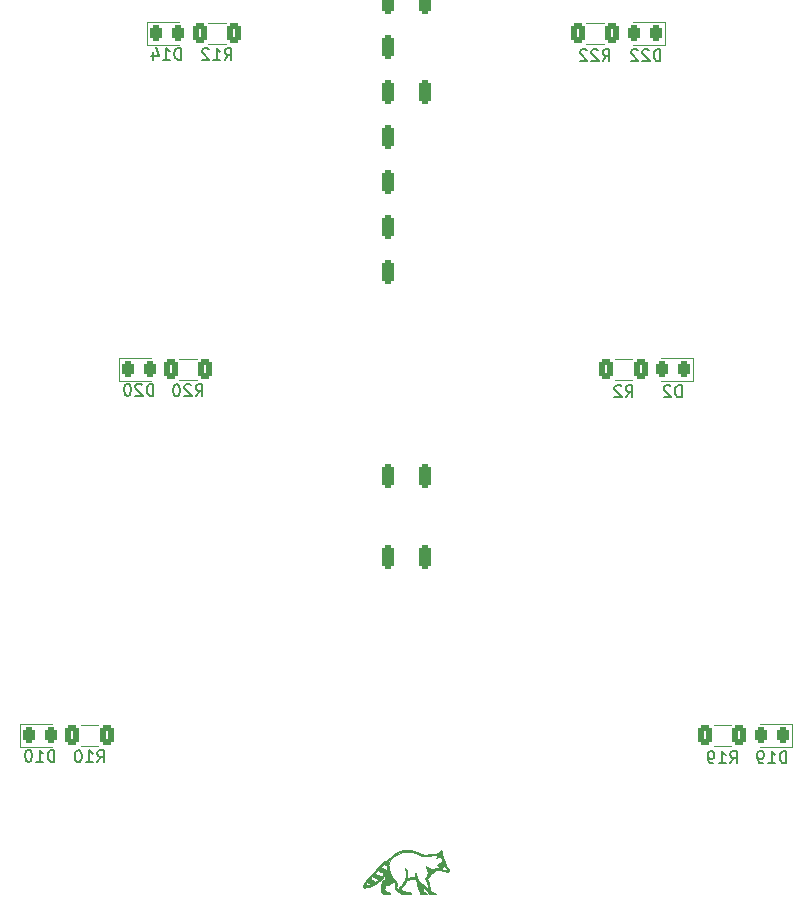
<source format=gbo>
%TF.GenerationSoftware,KiCad,Pcbnew,(6.0.9)*%
%TF.CreationDate,2022-12-10T14:06:51+01:00*%
%TF.ProjectId,PartoUno,50617274-6f55-46e6-9f2e-6b696361645f,rev?*%
%TF.SameCoordinates,Original*%
%TF.FileFunction,Legend,Bot*%
%TF.FilePolarity,Positive*%
%FSLAX46Y46*%
G04 Gerber Fmt 4.6, Leading zero omitted, Abs format (unit mm)*
G04 Created by KiCad (PCBNEW (6.0.9)) date 2022-12-10 14:06:51*
%MOMM*%
%LPD*%
G01*
G04 APERTURE LIST*
G04 Aperture macros list*
%AMRoundRect*
0 Rectangle with rounded corners*
0 $1 Rounding radius*
0 $2 $3 $4 $5 $6 $7 $8 $9 X,Y pos of 4 corners*
0 Add a 4 corners polygon primitive as box body*
4,1,4,$2,$3,$4,$5,$6,$7,$8,$9,$2,$3,0*
0 Add four circle primitives for the rounded corners*
1,1,$1+$1,$2,$3*
1,1,$1+$1,$4,$5*
1,1,$1+$1,$6,$7*
1,1,$1+$1,$8,$9*
0 Add four rect primitives between the rounded corners*
20,1,$1+$1,$2,$3,$4,$5,0*
20,1,$1+$1,$4,$5,$6,$7,0*
20,1,$1+$1,$6,$7,$8,$9,0*
20,1,$1+$1,$8,$9,$2,$3,0*%
G04 Aperture macros list end*
%ADD10C,0.150000*%
%ADD11C,0.120000*%
%ADD12C,0.010000*%
%ADD13O,2.400000X1.600000*%
%ADD14R,2.400000X1.600000*%
%ADD15RoundRect,0.243750X-0.243750X-0.456250X0.243750X-0.456250X0.243750X0.456250X-0.243750X0.456250X0*%
%ADD16RoundRect,0.243750X0.243750X0.456250X-0.243750X0.456250X-0.243750X-0.456250X0.243750X-0.456250X0*%
%ADD17RoundRect,0.250000X-0.312500X-0.625000X0.312500X-0.625000X0.312500X0.625000X-0.312500X0.625000X0*%
%ADD18RoundRect,0.250000X0.250000X0.750000X-0.250000X0.750000X-0.250000X-0.750000X0.250000X-0.750000X0*%
%ADD19RoundRect,0.250000X0.312500X0.625000X-0.312500X0.625000X-0.312500X-0.625000X0.312500X-0.625000X0*%
G04 APERTURE END LIST*
D10*
%TO.C,D14*%
X121419285Y-81224380D02*
X121419285Y-80224380D01*
X121181190Y-80224380D01*
X121038333Y-80272000D01*
X120943095Y-80367238D01*
X120895476Y-80462476D01*
X120847857Y-80652952D01*
X120847857Y-80795809D01*
X120895476Y-80986285D01*
X120943095Y-81081523D01*
X121038333Y-81176761D01*
X121181190Y-81224380D01*
X121419285Y-81224380D01*
X119895476Y-81224380D02*
X120466904Y-81224380D01*
X120181190Y-81224380D02*
X120181190Y-80224380D01*
X120276428Y-80367238D01*
X120371666Y-80462476D01*
X120466904Y-80510095D01*
X119038333Y-80557714D02*
X119038333Y-81224380D01*
X119276428Y-80176761D02*
X119514523Y-80891047D01*
X118895476Y-80891047D01*
%TO.C,D2*%
X163806095Y-109799380D02*
X163806095Y-108799380D01*
X163568000Y-108799380D01*
X163425142Y-108847000D01*
X163329904Y-108942238D01*
X163282285Y-109037476D01*
X163234666Y-109227952D01*
X163234666Y-109370809D01*
X163282285Y-109561285D01*
X163329904Y-109656523D01*
X163425142Y-109751761D01*
X163568000Y-109799380D01*
X163806095Y-109799380D01*
X162853714Y-108894619D02*
X162806095Y-108847000D01*
X162710857Y-108799380D01*
X162472761Y-108799380D01*
X162377523Y-108847000D01*
X162329904Y-108894619D01*
X162282285Y-108989857D01*
X162282285Y-109085095D01*
X162329904Y-109227952D01*
X162901333Y-109799380D01*
X162282285Y-109799380D01*
%TO.C,R10*%
X114333257Y-140702380D02*
X114666590Y-140226190D01*
X114904685Y-140702380D02*
X114904685Y-139702380D01*
X114523733Y-139702380D01*
X114428495Y-139750000D01*
X114380876Y-139797619D01*
X114333257Y-139892857D01*
X114333257Y-140035714D01*
X114380876Y-140130952D01*
X114428495Y-140178571D01*
X114523733Y-140226190D01*
X114904685Y-140226190D01*
X113380876Y-140702380D02*
X113952304Y-140702380D01*
X113666590Y-140702380D02*
X113666590Y-139702380D01*
X113761828Y-139845238D01*
X113857066Y-139940476D01*
X113952304Y-139988095D01*
X112761828Y-139702380D02*
X112666590Y-139702380D01*
X112571352Y-139750000D01*
X112523733Y-139797619D01*
X112476114Y-139892857D01*
X112428495Y-140083333D01*
X112428495Y-140321428D01*
X112476114Y-140511904D01*
X112523733Y-140607142D01*
X112571352Y-140654761D01*
X112666590Y-140702380D01*
X112761828Y-140702380D01*
X112857066Y-140654761D01*
X112904685Y-140607142D01*
X112952304Y-140511904D01*
X112999923Y-140321428D01*
X112999923Y-140083333D01*
X112952304Y-139892857D01*
X112904685Y-139797619D01*
X112857066Y-139750000D01*
X112761828Y-139702380D01*
%TO.C,R19*%
X167901857Y-140787380D02*
X168235190Y-140311190D01*
X168473285Y-140787380D02*
X168473285Y-139787380D01*
X168092333Y-139787380D01*
X167997095Y-139835000D01*
X167949476Y-139882619D01*
X167901857Y-139977857D01*
X167901857Y-140120714D01*
X167949476Y-140215952D01*
X167997095Y-140263571D01*
X168092333Y-140311190D01*
X168473285Y-140311190D01*
X166949476Y-140787380D02*
X167520904Y-140787380D01*
X167235190Y-140787380D02*
X167235190Y-139787380D01*
X167330428Y-139930238D01*
X167425666Y-140025476D01*
X167520904Y-140073095D01*
X166473285Y-140787380D02*
X166282809Y-140787380D01*
X166187571Y-140739761D01*
X166139952Y-140692142D01*
X166044714Y-140549285D01*
X165997095Y-140358809D01*
X165997095Y-139977857D01*
X166044714Y-139882619D01*
X166092333Y-139835000D01*
X166187571Y-139787380D01*
X166378047Y-139787380D01*
X166473285Y-139835000D01*
X166520904Y-139882619D01*
X166568523Y-139977857D01*
X166568523Y-140215952D01*
X166520904Y-140311190D01*
X166473285Y-140358809D01*
X166378047Y-140406428D01*
X166187571Y-140406428D01*
X166092333Y-140358809D01*
X166044714Y-140311190D01*
X165997095Y-140215952D01*
%TO.C,D20*%
X119070285Y-109672380D02*
X119070285Y-108672380D01*
X118832190Y-108672380D01*
X118689333Y-108720000D01*
X118594095Y-108815238D01*
X118546476Y-108910476D01*
X118498857Y-109100952D01*
X118498857Y-109243809D01*
X118546476Y-109434285D01*
X118594095Y-109529523D01*
X118689333Y-109624761D01*
X118832190Y-109672380D01*
X119070285Y-109672380D01*
X118117904Y-108767619D02*
X118070285Y-108720000D01*
X117975047Y-108672380D01*
X117736952Y-108672380D01*
X117641714Y-108720000D01*
X117594095Y-108767619D01*
X117546476Y-108862857D01*
X117546476Y-108958095D01*
X117594095Y-109100952D01*
X118165523Y-109672380D01*
X117546476Y-109672380D01*
X116927428Y-108672380D02*
X116832190Y-108672380D01*
X116736952Y-108720000D01*
X116689333Y-108767619D01*
X116641714Y-108862857D01*
X116594095Y-109053333D01*
X116594095Y-109291428D01*
X116641714Y-109481904D01*
X116689333Y-109577142D01*
X116736952Y-109624761D01*
X116832190Y-109672380D01*
X116927428Y-109672380D01*
X117022666Y-109624761D01*
X117070285Y-109577142D01*
X117117904Y-109481904D01*
X117165523Y-109291428D01*
X117165523Y-109053333D01*
X117117904Y-108862857D01*
X117070285Y-108767619D01*
X117022666Y-108720000D01*
X116927428Y-108672380D01*
%TO.C,R22*%
X157106857Y-81351380D02*
X157440190Y-80875190D01*
X157678285Y-81351380D02*
X157678285Y-80351380D01*
X157297333Y-80351380D01*
X157202095Y-80399000D01*
X157154476Y-80446619D01*
X157106857Y-80541857D01*
X157106857Y-80684714D01*
X157154476Y-80779952D01*
X157202095Y-80827571D01*
X157297333Y-80875190D01*
X157678285Y-80875190D01*
X156725904Y-80446619D02*
X156678285Y-80399000D01*
X156583047Y-80351380D01*
X156344952Y-80351380D01*
X156249714Y-80399000D01*
X156202095Y-80446619D01*
X156154476Y-80541857D01*
X156154476Y-80637095D01*
X156202095Y-80779952D01*
X156773523Y-81351380D01*
X156154476Y-81351380D01*
X155773523Y-80446619D02*
X155725904Y-80399000D01*
X155630666Y-80351380D01*
X155392571Y-80351380D01*
X155297333Y-80399000D01*
X155249714Y-80446619D01*
X155202095Y-80541857D01*
X155202095Y-80637095D01*
X155249714Y-80779952D01*
X155821142Y-81351380D01*
X155202095Y-81351380D01*
%TO.C,D22*%
X161996285Y-81351380D02*
X161996285Y-80351380D01*
X161758190Y-80351380D01*
X161615333Y-80399000D01*
X161520095Y-80494238D01*
X161472476Y-80589476D01*
X161424857Y-80779952D01*
X161424857Y-80922809D01*
X161472476Y-81113285D01*
X161520095Y-81208523D01*
X161615333Y-81303761D01*
X161758190Y-81351380D01*
X161996285Y-81351380D01*
X161043904Y-80446619D02*
X160996285Y-80399000D01*
X160901047Y-80351380D01*
X160662952Y-80351380D01*
X160567714Y-80399000D01*
X160520095Y-80446619D01*
X160472476Y-80541857D01*
X160472476Y-80637095D01*
X160520095Y-80779952D01*
X161091523Y-81351380D01*
X160472476Y-81351380D01*
X160091523Y-80446619D02*
X160043904Y-80399000D01*
X159948666Y-80351380D01*
X159710571Y-80351380D01*
X159615333Y-80399000D01*
X159567714Y-80446619D01*
X159520095Y-80541857D01*
X159520095Y-80637095D01*
X159567714Y-80779952D01*
X160139142Y-81351380D01*
X159520095Y-81351380D01*
%TO.C,R12*%
X125102857Y-81266380D02*
X125436190Y-80790190D01*
X125674285Y-81266380D02*
X125674285Y-80266380D01*
X125293333Y-80266380D01*
X125198095Y-80314000D01*
X125150476Y-80361619D01*
X125102857Y-80456857D01*
X125102857Y-80599714D01*
X125150476Y-80694952D01*
X125198095Y-80742571D01*
X125293333Y-80790190D01*
X125674285Y-80790190D01*
X124150476Y-81266380D02*
X124721904Y-81266380D01*
X124436190Y-81266380D02*
X124436190Y-80266380D01*
X124531428Y-80409238D01*
X124626666Y-80504476D01*
X124721904Y-80552095D01*
X123769523Y-80361619D02*
X123721904Y-80314000D01*
X123626666Y-80266380D01*
X123388571Y-80266380D01*
X123293333Y-80314000D01*
X123245714Y-80361619D01*
X123198095Y-80456857D01*
X123198095Y-80552095D01*
X123245714Y-80694952D01*
X123817142Y-81266380D01*
X123198095Y-81266380D01*
%TO.C,R20*%
X122653757Y-109714380D02*
X122987090Y-109238190D01*
X123225185Y-109714380D02*
X123225185Y-108714380D01*
X122844233Y-108714380D01*
X122748995Y-108762000D01*
X122701376Y-108809619D01*
X122653757Y-108904857D01*
X122653757Y-109047714D01*
X122701376Y-109142952D01*
X122748995Y-109190571D01*
X122844233Y-109238190D01*
X123225185Y-109238190D01*
X122272804Y-108809619D02*
X122225185Y-108762000D01*
X122129947Y-108714380D01*
X121891852Y-108714380D01*
X121796614Y-108762000D01*
X121748995Y-108809619D01*
X121701376Y-108904857D01*
X121701376Y-109000095D01*
X121748995Y-109142952D01*
X122320423Y-109714380D01*
X121701376Y-109714380D01*
X121082328Y-108714380D02*
X120987090Y-108714380D01*
X120891852Y-108762000D01*
X120844233Y-108809619D01*
X120796614Y-108904857D01*
X120748995Y-109095333D01*
X120748995Y-109333428D01*
X120796614Y-109523904D01*
X120844233Y-109619142D01*
X120891852Y-109666761D01*
X120987090Y-109714380D01*
X121082328Y-109714380D01*
X121177566Y-109666761D01*
X121225185Y-109619142D01*
X121272804Y-109523904D01*
X121320423Y-109333428D01*
X121320423Y-109095333D01*
X121272804Y-108904857D01*
X121225185Y-108809619D01*
X121177566Y-108762000D01*
X121082328Y-108714380D01*
%TO.C,D10*%
X110688285Y-140660380D02*
X110688285Y-139660380D01*
X110450190Y-139660380D01*
X110307333Y-139708000D01*
X110212095Y-139803238D01*
X110164476Y-139898476D01*
X110116857Y-140088952D01*
X110116857Y-140231809D01*
X110164476Y-140422285D01*
X110212095Y-140517523D01*
X110307333Y-140612761D01*
X110450190Y-140660380D01*
X110688285Y-140660380D01*
X109164476Y-140660380D02*
X109735904Y-140660380D01*
X109450190Y-140660380D02*
X109450190Y-139660380D01*
X109545428Y-139803238D01*
X109640666Y-139898476D01*
X109735904Y-139946095D01*
X108545428Y-139660380D02*
X108450190Y-139660380D01*
X108354952Y-139708000D01*
X108307333Y-139755619D01*
X108259714Y-139850857D01*
X108212095Y-140041333D01*
X108212095Y-140279428D01*
X108259714Y-140469904D01*
X108307333Y-140565142D01*
X108354952Y-140612761D01*
X108450190Y-140660380D01*
X108545428Y-140660380D01*
X108640666Y-140612761D01*
X108688285Y-140565142D01*
X108735904Y-140469904D01*
X108783523Y-140279428D01*
X108783523Y-140041333D01*
X108735904Y-139850857D01*
X108688285Y-139755619D01*
X108640666Y-139708000D01*
X108545428Y-139660380D01*
%TO.C,D19*%
X172664285Y-140787380D02*
X172664285Y-139787380D01*
X172426190Y-139787380D01*
X172283333Y-139835000D01*
X172188095Y-139930238D01*
X172140476Y-140025476D01*
X172092857Y-140215952D01*
X172092857Y-140358809D01*
X172140476Y-140549285D01*
X172188095Y-140644523D01*
X172283333Y-140739761D01*
X172426190Y-140787380D01*
X172664285Y-140787380D01*
X171140476Y-140787380D02*
X171711904Y-140787380D01*
X171426190Y-140787380D02*
X171426190Y-139787380D01*
X171521428Y-139930238D01*
X171616666Y-140025476D01*
X171711904Y-140073095D01*
X170664285Y-140787380D02*
X170473809Y-140787380D01*
X170378571Y-140739761D01*
X170330952Y-140692142D01*
X170235714Y-140549285D01*
X170188095Y-140358809D01*
X170188095Y-139977857D01*
X170235714Y-139882619D01*
X170283333Y-139835000D01*
X170378571Y-139787380D01*
X170569047Y-139787380D01*
X170664285Y-139835000D01*
X170711904Y-139882619D01*
X170759523Y-139977857D01*
X170759523Y-140215952D01*
X170711904Y-140311190D01*
X170664285Y-140358809D01*
X170569047Y-140406428D01*
X170378571Y-140406428D01*
X170283333Y-140358809D01*
X170235714Y-140311190D01*
X170188095Y-140215952D01*
%TO.C,R2*%
X159069066Y-109799380D02*
X159402400Y-109323190D01*
X159640495Y-109799380D02*
X159640495Y-108799380D01*
X159259542Y-108799380D01*
X159164304Y-108847000D01*
X159116685Y-108894619D01*
X159069066Y-108989857D01*
X159069066Y-109132714D01*
X159116685Y-109227952D01*
X159164304Y-109275571D01*
X159259542Y-109323190D01*
X159640495Y-109323190D01*
X158688114Y-108894619D02*
X158640495Y-108847000D01*
X158545257Y-108799380D01*
X158307161Y-108799380D01*
X158211923Y-108847000D01*
X158164304Y-108894619D01*
X158116685Y-108989857D01*
X158116685Y-109085095D01*
X158164304Y-109227952D01*
X158735733Y-109799380D01*
X158116685Y-109799380D01*
D11*
%TO.C,D14*%
X118520000Y-79954000D02*
X118520000Y-78034000D01*
X118520000Y-78034000D02*
X121205000Y-78034000D01*
X121205000Y-79954000D02*
X118520000Y-79954000D01*
%TO.C,D2*%
X162068000Y-106482000D02*
X164753000Y-106482000D01*
X164753000Y-108402000D02*
X162068000Y-108402000D01*
X164753000Y-106482000D02*
X164753000Y-108402000D01*
%TO.C,R10*%
X112963336Y-137520000D02*
X114417464Y-137520000D01*
X112963336Y-139340000D02*
X114417464Y-139340000D01*
%TO.C,R19*%
X167960664Y-137520000D02*
X166506536Y-137520000D01*
X167960664Y-139340000D02*
X166506536Y-139340000D01*
%TO.C,D20*%
X118856000Y-108402000D02*
X116171000Y-108402000D01*
X116171000Y-108402000D02*
X116171000Y-106482000D01*
X116171000Y-106482000D02*
X118856000Y-106482000D01*
%TO.C,R22*%
X157191064Y-79904000D02*
X155736936Y-79904000D01*
X157191064Y-78084000D02*
X155736936Y-78084000D01*
%TO.C,D22*%
X162404000Y-79954000D02*
X159719000Y-79954000D01*
X162404000Y-78034000D02*
X162404000Y-79954000D01*
X159719000Y-78034000D02*
X162404000Y-78034000D01*
%TO.C,R12*%
X123732936Y-79904000D02*
X125187064Y-79904000D01*
X123732936Y-78084000D02*
X125187064Y-78084000D01*
%TO.C,R20*%
X121283836Y-108352000D02*
X122737964Y-108352000D01*
X121283836Y-106532000D02*
X122737964Y-106532000D01*
%TO.C,D10*%
X107789000Y-139390000D02*
X107789000Y-137470000D01*
X107789000Y-137470000D02*
X110474000Y-137470000D01*
X110474000Y-139390000D02*
X107789000Y-139390000D01*
%TO.C,S1*%
G36*
X137979414Y-150926274D02*
G01*
X137826502Y-151011469D01*
X137700999Y-151081394D01*
X137670755Y-151096215D01*
X137511196Y-151168220D01*
X137355771Y-151228719D01*
X137209993Y-151276271D01*
X137079379Y-151309434D01*
X136969444Y-151326765D01*
X136885704Y-151326823D01*
X136833674Y-151308165D01*
X136804623Y-151261404D01*
X136803332Y-151187248D01*
X136832406Y-151091608D01*
X136843009Y-151070930D01*
X137034249Y-151070930D01*
X137035767Y-151075855D01*
X137063017Y-151096725D01*
X137113624Y-151116131D01*
X137125703Y-151119528D01*
X137166545Y-151130739D01*
X137196508Y-151134428D01*
X137228215Y-151128746D01*
X137274289Y-151111841D01*
X137347355Y-151081863D01*
X137354743Y-151078807D01*
X137428924Y-151042365D01*
X137466061Y-151011469D01*
X137464873Y-150987926D01*
X137424079Y-150973545D01*
X137406640Y-150970821D01*
X137330223Y-150954321D01*
X137278680Y-150931127D01*
X137237208Y-150895017D01*
X137189774Y-150843835D01*
X137112012Y-150945804D01*
X137077499Y-150993482D01*
X137046283Y-151042815D01*
X137034249Y-151070930D01*
X136843009Y-151070930D01*
X136890874Y-150977579D01*
X136977765Y-150848259D01*
X137042144Y-150764573D01*
X137148904Y-150633862D01*
X137243429Y-150523151D01*
X137463947Y-150523151D01*
X137466012Y-150554979D01*
X137491405Y-150594834D01*
X137499707Y-150604931D01*
X137552139Y-150648856D01*
X137616333Y-150683895D01*
X137631845Y-150690570D01*
X137707775Y-150731253D01*
X137777415Y-150778632D01*
X137853831Y-150839316D01*
X137962624Y-150766051D01*
X138012327Y-150729231D01*
X138055003Y-150689583D01*
X138071416Y-150662675D01*
X138066748Y-150647685D01*
X138035825Y-150609815D01*
X137987540Y-150569567D01*
X137935607Y-150537601D01*
X137893742Y-150524577D01*
X137871130Y-150521708D01*
X137805920Y-150497617D01*
X137732565Y-150455706D01*
X137666347Y-150404073D01*
X137631752Y-150374908D01*
X137600611Y-150364729D01*
X137566696Y-150379275D01*
X137564904Y-150380429D01*
X137524146Y-150419423D01*
X137487004Y-150473237D01*
X137484439Y-150478014D01*
X137463947Y-150523151D01*
X137243429Y-150523151D01*
X137275434Y-150485666D01*
X137417047Y-150324987D01*
X137569058Y-150156828D01*
X137657423Y-150061229D01*
X137859749Y-150061229D01*
X137859905Y-150062997D01*
X137877609Y-150092697D01*
X137916295Y-150135243D01*
X137964001Y-150179463D01*
X138008763Y-150214187D01*
X138038617Y-150228244D01*
X138056022Y-150230062D01*
X138118224Y-150249580D01*
X138191540Y-150283971D01*
X138259903Y-150325073D01*
X138307247Y-150364724D01*
X138311277Y-150369306D01*
X138345795Y-150404370D01*
X138366853Y-150418744D01*
X138381249Y-150410738D01*
X138415555Y-150377152D01*
X138457669Y-150327602D01*
X138498243Y-150273305D01*
X138527930Y-150225478D01*
X138538936Y-150199079D01*
X138540507Y-150130992D01*
X138501050Y-150069774D01*
X138421311Y-150016890D01*
X138394959Y-150004535D01*
X138343062Y-149982755D01*
X138313442Y-149974038D01*
X138297359Y-149967553D01*
X138255141Y-149940632D01*
X138200729Y-149899955D01*
X138161311Y-149869686D01*
X138116274Y-149838262D01*
X138092628Y-149826077D01*
X138087070Y-149828174D01*
X138056500Y-149851735D01*
X138010558Y-149893975D01*
X137958580Y-149945469D01*
X137909896Y-149996792D01*
X137873842Y-150038520D01*
X137859749Y-150061229D01*
X137657423Y-150061229D01*
X137726782Y-149986191D01*
X137885534Y-149818076D01*
X138040627Y-149657486D01*
X138137145Y-149560105D01*
X138346583Y-149560105D01*
X138347987Y-149569571D01*
X138374139Y-149611051D01*
X138423737Y-149655330D01*
X138484168Y-149692580D01*
X138542815Y-149712973D01*
X138610911Y-149737434D01*
X138677079Y-149786262D01*
X138689275Y-149798671D01*
X138727539Y-149833323D01*
X138750188Y-149847244D01*
X138761560Y-149835409D01*
X138786912Y-149794312D01*
X138819750Y-149733970D01*
X138854680Y-149665086D01*
X138886308Y-149598357D01*
X138909240Y-149544486D01*
X138918083Y-149514172D01*
X138914955Y-149501026D01*
X138884913Y-149462812D01*
X138834058Y-149423923D01*
X138802745Y-149407620D01*
X138983218Y-149407620D01*
X138987491Y-149495521D01*
X138990080Y-149514172D01*
X139000116Y-149586497D01*
X139025351Y-149703735D01*
X139059186Y-149830688D01*
X139097879Y-149954464D01*
X139137687Y-150062172D01*
X139170180Y-150130992D01*
X139174866Y-150140919D01*
X139197658Y-150183734D01*
X139234169Y-150259521D01*
X139269748Y-150339814D01*
X139278882Y-150360599D01*
X139313110Y-150426424D01*
X139359882Y-150499743D01*
X139423365Y-150586342D01*
X139507722Y-150692012D01*
X139617120Y-150822538D01*
X139647087Y-150862227D01*
X139687788Y-150953768D01*
X139694752Y-151057669D01*
X139669138Y-151181936D01*
X139664459Y-151197434D01*
X139646648Y-151261062D01*
X139641755Y-151299509D01*
X139649951Y-151325606D01*
X139671408Y-151352186D01*
X139710795Y-151388063D01*
X139762358Y-151422087D01*
X139808510Y-151442070D01*
X139836149Y-151440955D01*
X139837106Y-151439813D01*
X139845832Y-151408522D01*
X139849416Y-151356171D01*
X139858537Y-151306822D01*
X139890698Y-151245856D01*
X139936150Y-151199291D01*
X139984413Y-151180744D01*
X140033120Y-151166185D01*
X140087153Y-151120001D01*
X140147415Y-151039898D01*
X140215620Y-150923593D01*
X140293485Y-150768797D01*
X140351918Y-150642003D01*
X140403051Y-150515884D01*
X140437234Y-150404877D01*
X140457193Y-150297562D01*
X140465651Y-150182519D01*
X140465333Y-150048327D01*
X140461331Y-149978223D01*
X140443861Y-149883120D01*
X140408929Y-149796629D01*
X140388570Y-149753733D01*
X140370027Y-149705375D01*
X140367332Y-149682106D01*
X140371790Y-149679479D01*
X140399223Y-149690319D01*
X140437437Y-149728747D01*
X140479522Y-149786795D01*
X140518569Y-149856497D01*
X140543262Y-149922412D01*
X140565016Y-150048928D01*
X140567317Y-150208258D01*
X140550306Y-150402869D01*
X140545287Y-150456385D01*
X140545036Y-150505594D01*
X140551353Y-150524577D01*
X140559741Y-150523296D01*
X140600621Y-150512246D01*
X140658969Y-150493558D01*
X140706719Y-150480732D01*
X140796804Y-150463531D01*
X140904561Y-150447715D01*
X141015952Y-150435054D01*
X141116944Y-150427314D01*
X141193499Y-150426261D01*
X141256999Y-150429327D01*
X141249724Y-150244119D01*
X141248744Y-150212512D01*
X141250031Y-150124432D01*
X141257900Y-150072503D01*
X141271369Y-150058249D01*
X141289454Y-150083196D01*
X141311171Y-150148869D01*
X141334738Y-150231505D01*
X141413437Y-150446918D01*
X141512934Y-150636368D01*
X141639581Y-150810671D01*
X141799731Y-150980641D01*
X141860040Y-151037350D01*
X141948313Y-151117535D01*
X142039337Y-151197606D01*
X142127444Y-151272824D01*
X142206968Y-151338447D01*
X142272241Y-151389736D01*
X142317597Y-151421950D01*
X142337367Y-151430349D01*
X142339119Y-151419168D01*
X142335150Y-151373544D01*
X142324359Y-151302104D01*
X142308503Y-151214334D01*
X142289337Y-151119721D01*
X142268616Y-151027751D01*
X142248096Y-150947911D01*
X142223003Y-150868369D01*
X142188343Y-150770821D01*
X142151737Y-150676771D01*
X142124873Y-150610665D01*
X142105963Y-150557344D01*
X142101096Y-150524055D01*
X142109070Y-150500326D01*
X142128686Y-150475688D01*
X142205805Y-150379332D01*
X142257486Y-150289607D01*
X142286628Y-150196042D01*
X142299449Y-150084390D01*
X142300696Y-150060431D01*
X142302578Y-149990750D01*
X142297989Y-149936131D01*
X142283716Y-149883392D01*
X142256545Y-149819352D01*
X142213264Y-149730827D01*
X142186378Y-149675358D01*
X142153513Y-149602121D01*
X142132913Y-149548838D01*
X142128204Y-149524316D01*
X142144432Y-149526613D01*
X142184136Y-149550731D01*
X142237333Y-149591994D01*
X142237931Y-149592499D01*
X142384259Y-149690493D01*
X142541464Y-149749780D01*
X142704422Y-149769731D01*
X142868010Y-149749715D01*
X143027105Y-149689102D01*
X143033283Y-149685899D01*
X143111688Y-149652096D01*
X143183446Y-149638909D01*
X143258793Y-149647387D01*
X143347967Y-149678576D01*
X143461206Y-149733526D01*
X143552380Y-149779030D01*
X143630609Y-149811263D01*
X143696557Y-149828249D01*
X143762455Y-149834068D01*
X143806697Y-149833723D01*
X143875529Y-149822278D01*
X143905540Y-149795053D01*
X143897537Y-149750735D01*
X143852331Y-149688010D01*
X143834064Y-149666197D01*
X143785405Y-149599601D01*
X143750240Y-149539985D01*
X143717101Y-149470492D01*
X143619286Y-149540765D01*
X143553528Y-149584371D01*
X143476326Y-149619867D01*
X143408452Y-149626852D01*
X143339631Y-149607788D01*
X143284392Y-149577869D01*
X143219214Y-149529634D01*
X143162677Y-149475866D01*
X143124064Y-149425566D01*
X143112656Y-149387732D01*
X143134778Y-149358974D01*
X143190039Y-149319871D01*
X143271516Y-149275744D01*
X143282485Y-149270334D01*
X143361936Y-149227945D01*
X143430354Y-149186418D01*
X143473963Y-149154036D01*
X143475569Y-149152537D01*
X143518553Y-149119908D01*
X143551950Y-149106410D01*
X143567752Y-149092226D01*
X143565704Y-149052236D01*
X143546476Y-148997301D01*
X143512628Y-148938368D01*
X143510288Y-148934903D01*
X143482762Y-148880341D01*
X143450848Y-148799040D01*
X143418734Y-148704140D01*
X143390609Y-148608780D01*
X143370663Y-148526102D01*
X143363083Y-148469246D01*
X143360826Y-148435269D01*
X143345051Y-148402305D01*
X143315177Y-148408869D01*
X143272335Y-148455139D01*
X143242073Y-148497692D01*
X143215884Y-148538453D01*
X143204304Y-148561255D01*
X143210159Y-148560257D01*
X143236278Y-148529619D01*
X143276515Y-148486703D01*
X143311353Y-148474474D01*
X143335794Y-148502654D01*
X143351772Y-148571952D01*
X143356285Y-148604196D01*
X143356994Y-148608994D01*
X143364558Y-148660222D01*
X143369633Y-148690337D01*
X143362253Y-148700854D01*
X143326580Y-148721250D01*
X143274117Y-148742901D01*
X143219054Y-148760172D01*
X143175580Y-148767425D01*
X143157238Y-148756428D01*
X143160108Y-148714827D01*
X143167359Y-148672854D01*
X143160756Y-148664514D01*
X143142941Y-148689898D01*
X143117197Y-148746577D01*
X143104305Y-148776559D01*
X143076873Y-148822040D01*
X143057607Y-148826756D01*
X143048467Y-148791577D01*
X143051413Y-148717374D01*
X143062598Y-148608994D01*
X143172583Y-148608994D01*
X143183166Y-148619577D01*
X143193749Y-148608994D01*
X143183166Y-148598411D01*
X143172583Y-148608994D01*
X143062598Y-148608994D01*
X143063165Y-148603504D01*
X142978617Y-148592163D01*
X142920629Y-148588651D01*
X142818585Y-148591149D01*
X142693866Y-148600415D01*
X142556935Y-148615439D01*
X142418255Y-148635213D01*
X142288288Y-148658727D01*
X142270900Y-148662289D01*
X142185792Y-148678737D01*
X142123944Y-148686202D01*
X142069750Y-148684386D01*
X142007607Y-148672991D01*
X141921909Y-148651719D01*
X141915563Y-148650070D01*
X141803733Y-148616018D01*
X141681603Y-148571668D01*
X141574499Y-148526175D01*
X141551187Y-148515217D01*
X141406942Y-148450139D01*
X141281419Y-148399672D01*
X141159025Y-148357947D01*
X141024166Y-148319099D01*
X140913703Y-148295705D01*
X140731283Y-148276318D01*
X140537149Y-148274183D01*
X140347241Y-148289255D01*
X140177499Y-148321488D01*
X140168672Y-148323844D01*
X139920176Y-148409344D01*
X139689032Y-148525657D01*
X139479849Y-148669146D01*
X139297239Y-148836177D01*
X139145812Y-149023112D01*
X139030180Y-149226315D01*
X139006912Y-149280563D01*
X138988679Y-149342356D01*
X138983218Y-149407620D01*
X138802745Y-149407620D01*
X138776055Y-149393724D01*
X138724567Y-149381577D01*
X138671979Y-149375923D01*
X138619716Y-149359322D01*
X138598565Y-149352053D01*
X138568259Y-149357704D01*
X138525875Y-149384208D01*
X138462358Y-149435977D01*
X138457447Y-149440194D01*
X138401406Y-149491853D01*
X138361676Y-149534798D01*
X138346583Y-149560105D01*
X138137145Y-149560105D01*
X138187377Y-149509424D01*
X138321098Y-149378890D01*
X138437105Y-149270887D01*
X138530712Y-149190417D01*
X138544439Y-149179546D01*
X138642929Y-149107979D01*
X138752359Y-149036725D01*
X138851480Y-148979737D01*
X138952919Y-148919558D01*
X139076808Y-148831207D01*
X139195654Y-148732167D01*
X139252207Y-148681321D01*
X139370109Y-148579253D01*
X139471461Y-148498919D01*
X139565116Y-148433984D01*
X139659928Y-148378113D01*
X139764749Y-148324973D01*
X139999846Y-148230451D01*
X140244858Y-148169162D01*
X140509627Y-148139084D01*
X140657801Y-148136415D01*
X140892011Y-148155811D01*
X141130887Y-148205508D01*
X141380916Y-148286999D01*
X141648583Y-148401782D01*
X141674071Y-148413548D01*
X141777877Y-148456912D01*
X141882624Y-148494879D01*
X141969086Y-148520338D01*
X142032263Y-148534342D01*
X142088556Y-148542070D01*
X142143845Y-148541248D01*
X142212215Y-148531559D01*
X142307752Y-148512684D01*
X142400678Y-148496747D01*
X142526515Y-148480700D01*
X142662350Y-148467678D01*
X142791386Y-148459528D01*
X142869252Y-148455926D01*
X142980235Y-148447836D01*
X143063794Y-148434337D01*
X143129476Y-148411600D01*
X143186829Y-148375799D01*
X143245400Y-148323104D01*
X143314738Y-148249687D01*
X143322849Y-148240904D01*
X143376891Y-148186081D01*
X143420864Y-148147395D01*
X143445906Y-148132744D01*
X143469195Y-148145694D01*
X143491847Y-148196214D01*
X143506221Y-148280876D01*
X143511249Y-148395391D01*
X143513618Y-148464878D01*
X143528403Y-148572959D01*
X143559209Y-148686538D01*
X143608886Y-148815274D01*
X143680280Y-148968827D01*
X143694406Y-148998466D01*
X143741925Y-149107969D01*
X143789650Y-149229915D01*
X143829105Y-149342994D01*
X143854896Y-149421003D01*
X143884280Y-149496488D01*
X143915268Y-149553208D01*
X143955033Y-149603698D01*
X144010746Y-149660494D01*
X144016870Y-149666450D01*
X144074586Y-149725407D01*
X144106986Y-149768075D01*
X144116708Y-149795053D01*
X144120278Y-149804963D01*
X144120669Y-149846579D01*
X144103450Y-149910204D01*
X144059142Y-149950922D01*
X144038215Y-149959452D01*
X143964421Y-149969773D01*
X143865301Y-149967030D01*
X143750867Y-149952712D01*
X143631132Y-149928309D01*
X143516110Y-149895311D01*
X143415812Y-149855207D01*
X143404471Y-149849810D01*
X143327289Y-149816322D01*
X143261159Y-149792692D01*
X143219340Y-149783744D01*
X143190666Y-149785242D01*
X143138503Y-149796454D01*
X143080110Y-149821241D01*
X143010563Y-149862684D01*
X142924936Y-149923867D01*
X142818306Y-150007873D01*
X142685749Y-150117783D01*
X142681737Y-150121162D01*
X142588103Y-150200086D01*
X142519392Y-150258883D01*
X142468478Y-150304525D01*
X142428239Y-150343983D01*
X142391550Y-150384231D01*
X142351288Y-150432239D01*
X142300329Y-150494979D01*
X142282439Y-150520033D01*
X142275547Y-150547563D01*
X142283527Y-150587104D01*
X142306950Y-150652243D01*
X142336598Y-150737700D01*
X142375580Y-150869010D01*
X142412752Y-151012625D01*
X142445000Y-151155505D01*
X142469212Y-151284607D01*
X142482277Y-151386891D01*
X142492333Y-151469094D01*
X142508676Y-151543729D01*
X142527602Y-151591442D01*
X142546014Y-151613739D01*
X142605053Y-151659897D01*
X142675368Y-151695590D01*
X142737625Y-151709911D01*
X142791712Y-151721027D01*
X142856718Y-151751298D01*
X142918240Y-151792525D01*
X142964091Y-151836481D01*
X142982083Y-151874939D01*
X142979140Y-151885586D01*
X142962038Y-151895211D01*
X142923522Y-151899582D01*
X142856666Y-151899311D01*
X142754541Y-151895010D01*
X142733338Y-151893898D01*
X142593804Y-151882424D01*
X142487587Y-151862609D01*
X142406847Y-151830190D01*
X142343744Y-151780901D01*
X142290436Y-151710480D01*
X142239085Y-151614661D01*
X142166551Y-151497364D01*
X142051446Y-151375620D01*
X141925016Y-151263579D01*
X141911677Y-151322703D01*
X141910631Y-151327315D01*
X141895561Y-151391349D01*
X141878356Y-151461655D01*
X141872105Y-151551180D01*
X141902851Y-151627055D01*
X141970087Y-151683565D01*
X142072337Y-151718758D01*
X142096259Y-151725694D01*
X142156192Y-151760364D01*
X142201895Y-151808968D01*
X142220083Y-151858902D01*
X142219992Y-151863468D01*
X142215328Y-151880471D01*
X142198170Y-151891278D01*
X142161061Y-151897277D01*
X142096542Y-151899859D01*
X141997153Y-151900411D01*
X141906430Y-151899701D01*
X141797232Y-151893927D01*
X141719590Y-151878769D01*
X141667008Y-151850030D01*
X141632990Y-151803514D01*
X141611042Y-151735024D01*
X141594669Y-151640364D01*
X141590222Y-151616529D01*
X141563440Y-151532602D01*
X141526444Y-151460448D01*
X141501966Y-151420511D01*
X141473444Y-151358565D01*
X141448202Y-151280889D01*
X141424488Y-151180872D01*
X141400552Y-151051904D01*
X141374642Y-150887377D01*
X141371249Y-150864775D01*
X141355187Y-150762604D01*
X141340623Y-150677238D01*
X141329043Y-150617046D01*
X141321933Y-150590396D01*
X141309720Y-150584780D01*
X141261537Y-150580174D01*
X141185584Y-150580365D01*
X141090551Y-150584883D01*
X140985128Y-150593261D01*
X140878004Y-150605030D01*
X140777867Y-150619723D01*
X140690153Y-150636455D01*
X140587748Y-150664568D01*
X140515360Y-150699566D01*
X140465571Y-150745436D01*
X140430964Y-150806163D01*
X140393915Y-150892374D01*
X140339567Y-151011806D01*
X140292739Y-151101406D01*
X140249018Y-151167440D01*
X140203987Y-151216175D01*
X140153233Y-151253878D01*
X140092339Y-151286816D01*
X140044976Y-151312451D01*
X140008019Y-151345413D01*
X139997583Y-151382746D01*
X140016515Y-151433575D01*
X140069408Y-151488258D01*
X140148344Y-151542002D01*
X140245397Y-151590830D01*
X140352644Y-151630764D01*
X140462160Y-151657827D01*
X140566021Y-151668042D01*
X140585212Y-151668772D01*
X140672028Y-151682405D01*
X140750663Y-151707716D01*
X140773729Y-151719394D01*
X140833412Y-151759938D01*
X140883017Y-151806654D01*
X140913745Y-151850324D01*
X140916795Y-151881732D01*
X140895457Y-151887335D01*
X140838125Y-151892536D01*
X140751864Y-151896630D01*
X140643588Y-151899296D01*
X140520209Y-151900212D01*
X140135166Y-151900013D01*
X140020642Y-151834342D01*
X139962064Y-151795234D01*
X139885452Y-151734962D01*
X139800806Y-151661861D01*
X139714971Y-151582480D01*
X139634795Y-151503367D01*
X139567124Y-151431071D01*
X139518802Y-151372141D01*
X139496677Y-151333126D01*
X139494310Y-151307105D01*
X139500855Y-151243180D01*
X139518342Y-151170817D01*
X139543061Y-151079733D01*
X139550458Y-151005285D01*
X139536204Y-150948799D01*
X139499601Y-150900201D01*
X139486035Y-150887129D01*
X139422360Y-150842458D01*
X139370499Y-150837836D01*
X139329369Y-150873090D01*
X139285926Y-150916119D01*
X139208493Y-150966981D01*
X139105639Y-151020510D01*
X138985237Y-151072619D01*
X138855159Y-151119222D01*
X138790739Y-151140390D01*
X138722654Y-151168161D01*
X138680753Y-151200281D01*
X138658361Y-151246245D01*
X138648808Y-151315549D01*
X138645420Y-151417689D01*
X138645268Y-151429650D01*
X138655542Y-151529068D01*
X138690604Y-151597068D01*
X138755248Y-151639240D01*
X138854268Y-151661173D01*
X138876719Y-151664034D01*
X138945180Y-151679530D01*
X139001125Y-151709398D01*
X139063936Y-151763057D01*
X139102475Y-151802638D01*
X139136409Y-151848345D01*
X139142377Y-151875936D01*
X139127254Y-151885131D01*
X139075865Y-151894755D01*
X138998886Y-151899363D01*
X138906195Y-151899070D01*
X138807671Y-151893993D01*
X138713190Y-151884247D01*
X138632632Y-151869948D01*
X138539931Y-151839661D01*
X138448348Y-151779806D01*
X138389030Y-151694551D01*
X138359155Y-151580913D01*
X138354550Y-151516900D01*
X138354679Y-151415640D01*
X138360470Y-151298800D01*
X138370946Y-151174652D01*
X138385128Y-151051466D01*
X138402038Y-150937513D01*
X138420698Y-150841064D01*
X138440130Y-150770390D01*
X138459355Y-150733761D01*
X138477769Y-150720386D01*
X138527016Y-150690185D01*
X138589999Y-150655055D01*
X138695833Y-150598590D01*
X138712815Y-150408960D01*
X138716659Y-150370643D01*
X138727968Y-150287648D01*
X138740738Y-150224151D01*
X138752873Y-150191525D01*
X138763170Y-150175753D01*
X138765216Y-150152988D01*
X138763962Y-150152213D01*
X138744678Y-150164347D01*
X138715985Y-150201125D01*
X138715778Y-150201441D01*
X138682055Y-150249925D01*
X138654909Y-150284089D01*
X138633525Y-150309785D01*
X138594494Y-150359789D01*
X138547666Y-150421672D01*
X138419780Y-150573037D01*
X138321869Y-150662675D01*
X138219196Y-150756674D01*
X137979414Y-150926274D01*
G37*
D12*
X137979414Y-150926274D02*
X137826502Y-151011469D01*
X137700999Y-151081394D01*
X137670755Y-151096215D01*
X137511196Y-151168220D01*
X137355771Y-151228719D01*
X137209993Y-151276271D01*
X137079379Y-151309434D01*
X136969444Y-151326765D01*
X136885704Y-151326823D01*
X136833674Y-151308165D01*
X136804623Y-151261404D01*
X136803332Y-151187248D01*
X136832406Y-151091608D01*
X136843009Y-151070930D01*
X137034249Y-151070930D01*
X137035767Y-151075855D01*
X137063017Y-151096725D01*
X137113624Y-151116131D01*
X137125703Y-151119528D01*
X137166545Y-151130739D01*
X137196508Y-151134428D01*
X137228215Y-151128746D01*
X137274289Y-151111841D01*
X137347355Y-151081863D01*
X137354743Y-151078807D01*
X137428924Y-151042365D01*
X137466061Y-151011469D01*
X137464873Y-150987926D01*
X137424079Y-150973545D01*
X137406640Y-150970821D01*
X137330223Y-150954321D01*
X137278680Y-150931127D01*
X137237208Y-150895017D01*
X137189774Y-150843835D01*
X137112012Y-150945804D01*
X137077499Y-150993482D01*
X137046283Y-151042815D01*
X137034249Y-151070930D01*
X136843009Y-151070930D01*
X136890874Y-150977579D01*
X136977765Y-150848259D01*
X137042144Y-150764573D01*
X137148904Y-150633862D01*
X137243429Y-150523151D01*
X137463947Y-150523151D01*
X137466012Y-150554979D01*
X137491405Y-150594834D01*
X137499707Y-150604931D01*
X137552139Y-150648856D01*
X137616333Y-150683895D01*
X137631845Y-150690570D01*
X137707775Y-150731253D01*
X137777415Y-150778632D01*
X137853831Y-150839316D01*
X137962624Y-150766051D01*
X138012327Y-150729231D01*
X138055003Y-150689583D01*
X138071416Y-150662675D01*
X138066748Y-150647685D01*
X138035825Y-150609815D01*
X137987540Y-150569567D01*
X137935607Y-150537601D01*
X137893742Y-150524577D01*
X137871130Y-150521708D01*
X137805920Y-150497617D01*
X137732565Y-150455706D01*
X137666347Y-150404073D01*
X137631752Y-150374908D01*
X137600611Y-150364729D01*
X137566696Y-150379275D01*
X137564904Y-150380429D01*
X137524146Y-150419423D01*
X137487004Y-150473237D01*
X137484439Y-150478014D01*
X137463947Y-150523151D01*
X137243429Y-150523151D01*
X137275434Y-150485666D01*
X137417047Y-150324987D01*
X137569058Y-150156828D01*
X137657423Y-150061229D01*
X137859749Y-150061229D01*
X137859905Y-150062997D01*
X137877609Y-150092697D01*
X137916295Y-150135243D01*
X137964001Y-150179463D01*
X138008763Y-150214187D01*
X138038617Y-150228244D01*
X138056022Y-150230062D01*
X138118224Y-150249580D01*
X138191540Y-150283971D01*
X138259903Y-150325073D01*
X138307247Y-150364724D01*
X138311277Y-150369306D01*
X138345795Y-150404370D01*
X138366853Y-150418744D01*
X138381249Y-150410738D01*
X138415555Y-150377152D01*
X138457669Y-150327602D01*
X138498243Y-150273305D01*
X138527930Y-150225478D01*
X138538936Y-150199079D01*
X138540507Y-150130992D01*
X138501050Y-150069774D01*
X138421311Y-150016890D01*
X138394959Y-150004535D01*
X138343062Y-149982755D01*
X138313442Y-149974038D01*
X138297359Y-149967553D01*
X138255141Y-149940632D01*
X138200729Y-149899955D01*
X138161311Y-149869686D01*
X138116274Y-149838262D01*
X138092628Y-149826077D01*
X138087070Y-149828174D01*
X138056500Y-149851735D01*
X138010558Y-149893975D01*
X137958580Y-149945469D01*
X137909896Y-149996792D01*
X137873842Y-150038520D01*
X137859749Y-150061229D01*
X137657423Y-150061229D01*
X137726782Y-149986191D01*
X137885534Y-149818076D01*
X138040627Y-149657486D01*
X138137145Y-149560105D01*
X138346583Y-149560105D01*
X138347987Y-149569571D01*
X138374139Y-149611051D01*
X138423737Y-149655330D01*
X138484168Y-149692580D01*
X138542815Y-149712973D01*
X138610911Y-149737434D01*
X138677079Y-149786262D01*
X138689275Y-149798671D01*
X138727539Y-149833323D01*
X138750188Y-149847244D01*
X138761560Y-149835409D01*
X138786912Y-149794312D01*
X138819750Y-149733970D01*
X138854680Y-149665086D01*
X138886308Y-149598357D01*
X138909240Y-149544486D01*
X138918083Y-149514172D01*
X138914955Y-149501026D01*
X138884913Y-149462812D01*
X138834058Y-149423923D01*
X138802745Y-149407620D01*
X138983218Y-149407620D01*
X138987491Y-149495521D01*
X138990080Y-149514172D01*
X139000116Y-149586497D01*
X139025351Y-149703735D01*
X139059186Y-149830688D01*
X139097879Y-149954464D01*
X139137687Y-150062172D01*
X139170180Y-150130992D01*
X139174866Y-150140919D01*
X139197658Y-150183734D01*
X139234169Y-150259521D01*
X139269748Y-150339814D01*
X139278882Y-150360599D01*
X139313110Y-150426424D01*
X139359882Y-150499743D01*
X139423365Y-150586342D01*
X139507722Y-150692012D01*
X139617120Y-150822538D01*
X139647087Y-150862227D01*
X139687788Y-150953768D01*
X139694752Y-151057669D01*
X139669138Y-151181936D01*
X139664459Y-151197434D01*
X139646648Y-151261062D01*
X139641755Y-151299509D01*
X139649951Y-151325606D01*
X139671408Y-151352186D01*
X139710795Y-151388063D01*
X139762358Y-151422087D01*
X139808510Y-151442070D01*
X139836149Y-151440955D01*
X139837106Y-151439813D01*
X139845832Y-151408522D01*
X139849416Y-151356171D01*
X139858537Y-151306822D01*
X139890698Y-151245856D01*
X139936150Y-151199291D01*
X139984413Y-151180744D01*
X140033120Y-151166185D01*
X140087153Y-151120001D01*
X140147415Y-151039898D01*
X140215620Y-150923593D01*
X140293485Y-150768797D01*
X140351918Y-150642003D01*
X140403051Y-150515884D01*
X140437234Y-150404877D01*
X140457193Y-150297562D01*
X140465651Y-150182519D01*
X140465333Y-150048327D01*
X140461331Y-149978223D01*
X140443861Y-149883120D01*
X140408929Y-149796629D01*
X140388570Y-149753733D01*
X140370027Y-149705375D01*
X140367332Y-149682106D01*
X140371790Y-149679479D01*
X140399223Y-149690319D01*
X140437437Y-149728747D01*
X140479522Y-149786795D01*
X140518569Y-149856497D01*
X140543262Y-149922412D01*
X140565016Y-150048928D01*
X140567317Y-150208258D01*
X140550306Y-150402869D01*
X140545287Y-150456385D01*
X140545036Y-150505594D01*
X140551353Y-150524577D01*
X140559741Y-150523296D01*
X140600621Y-150512246D01*
X140658969Y-150493558D01*
X140706719Y-150480732D01*
X140796804Y-150463531D01*
X140904561Y-150447715D01*
X141015952Y-150435054D01*
X141116944Y-150427314D01*
X141193499Y-150426261D01*
X141256999Y-150429327D01*
X141249724Y-150244119D01*
X141248744Y-150212512D01*
X141250031Y-150124432D01*
X141257900Y-150072503D01*
X141271369Y-150058249D01*
X141289454Y-150083196D01*
X141311171Y-150148869D01*
X141334738Y-150231505D01*
X141413437Y-150446918D01*
X141512934Y-150636368D01*
X141639581Y-150810671D01*
X141799731Y-150980641D01*
X141860040Y-151037350D01*
X141948313Y-151117535D01*
X142039337Y-151197606D01*
X142127444Y-151272824D01*
X142206968Y-151338447D01*
X142272241Y-151389736D01*
X142317597Y-151421950D01*
X142337367Y-151430349D01*
X142339119Y-151419168D01*
X142335150Y-151373544D01*
X142324359Y-151302104D01*
X142308503Y-151214334D01*
X142289337Y-151119721D01*
X142268616Y-151027751D01*
X142248096Y-150947911D01*
X142223003Y-150868369D01*
X142188343Y-150770821D01*
X142151737Y-150676771D01*
X142124873Y-150610665D01*
X142105963Y-150557344D01*
X142101096Y-150524055D01*
X142109070Y-150500326D01*
X142128686Y-150475688D01*
X142205805Y-150379332D01*
X142257486Y-150289607D01*
X142286628Y-150196042D01*
X142299449Y-150084390D01*
X142300696Y-150060431D01*
X142302578Y-149990750D01*
X142297989Y-149936131D01*
X142283716Y-149883392D01*
X142256545Y-149819352D01*
X142213264Y-149730827D01*
X142186378Y-149675358D01*
X142153513Y-149602121D01*
X142132913Y-149548838D01*
X142128204Y-149524316D01*
X142144432Y-149526613D01*
X142184136Y-149550731D01*
X142237333Y-149591994D01*
X142237931Y-149592499D01*
X142384259Y-149690493D01*
X142541464Y-149749780D01*
X142704422Y-149769731D01*
X142868010Y-149749715D01*
X143027105Y-149689102D01*
X143033283Y-149685899D01*
X143111688Y-149652096D01*
X143183446Y-149638909D01*
X143258793Y-149647387D01*
X143347967Y-149678576D01*
X143461206Y-149733526D01*
X143552380Y-149779030D01*
X143630609Y-149811263D01*
X143696557Y-149828249D01*
X143762455Y-149834068D01*
X143806697Y-149833723D01*
X143875529Y-149822278D01*
X143905540Y-149795053D01*
X143897537Y-149750735D01*
X143852331Y-149688010D01*
X143834064Y-149666197D01*
X143785405Y-149599601D01*
X143750240Y-149539985D01*
X143717101Y-149470492D01*
X143619286Y-149540765D01*
X143553528Y-149584371D01*
X143476326Y-149619867D01*
X143408452Y-149626852D01*
X143339631Y-149607788D01*
X143284392Y-149577869D01*
X143219214Y-149529634D01*
X143162677Y-149475866D01*
X143124064Y-149425566D01*
X143112656Y-149387732D01*
X143134778Y-149358974D01*
X143190039Y-149319871D01*
X143271516Y-149275744D01*
X143282485Y-149270334D01*
X143361936Y-149227945D01*
X143430354Y-149186418D01*
X143473963Y-149154036D01*
X143475569Y-149152537D01*
X143518553Y-149119908D01*
X143551950Y-149106410D01*
X143567752Y-149092226D01*
X143565704Y-149052236D01*
X143546476Y-148997301D01*
X143512628Y-148938368D01*
X143510288Y-148934903D01*
X143482762Y-148880341D01*
X143450848Y-148799040D01*
X143418734Y-148704140D01*
X143390609Y-148608780D01*
X143370663Y-148526102D01*
X143363083Y-148469246D01*
X143360826Y-148435269D01*
X143345051Y-148402305D01*
X143315177Y-148408869D01*
X143272335Y-148455139D01*
X143242073Y-148497692D01*
X143215884Y-148538453D01*
X143204304Y-148561255D01*
X143210159Y-148560257D01*
X143236278Y-148529619D01*
X143276515Y-148486703D01*
X143311353Y-148474474D01*
X143335794Y-148502654D01*
X143351772Y-148571952D01*
X143356285Y-148604196D01*
X143356994Y-148608994D01*
X143364558Y-148660222D01*
X143369633Y-148690337D01*
X143362253Y-148700854D01*
X143326580Y-148721250D01*
X143274117Y-148742901D01*
X143219054Y-148760172D01*
X143175580Y-148767425D01*
X143157238Y-148756428D01*
X143160108Y-148714827D01*
X143167359Y-148672854D01*
X143160756Y-148664514D01*
X143142941Y-148689898D01*
X143117197Y-148746577D01*
X143104305Y-148776559D01*
X143076873Y-148822040D01*
X143057607Y-148826756D01*
X143048467Y-148791577D01*
X143051413Y-148717374D01*
X143062598Y-148608994D01*
X143172583Y-148608994D01*
X143183166Y-148619577D01*
X143193749Y-148608994D01*
X143183166Y-148598411D01*
X143172583Y-148608994D01*
X143062598Y-148608994D01*
X143063165Y-148603504D01*
X142978617Y-148592163D01*
X142920629Y-148588651D01*
X142818585Y-148591149D01*
X142693866Y-148600415D01*
X142556935Y-148615439D01*
X142418255Y-148635213D01*
X142288288Y-148658727D01*
X142270900Y-148662289D01*
X142185792Y-148678737D01*
X142123944Y-148686202D01*
X142069750Y-148684386D01*
X142007607Y-148672991D01*
X141921909Y-148651719D01*
X141915563Y-148650070D01*
X141803733Y-148616018D01*
X141681603Y-148571668D01*
X141574499Y-148526175D01*
X141551187Y-148515217D01*
X141406942Y-148450139D01*
X141281419Y-148399672D01*
X141159025Y-148357947D01*
X141024166Y-148319099D01*
X140913703Y-148295705D01*
X140731283Y-148276318D01*
X140537149Y-148274183D01*
X140347241Y-148289255D01*
X140177499Y-148321488D01*
X140168672Y-148323844D01*
X139920176Y-148409344D01*
X139689032Y-148525657D01*
X139479849Y-148669146D01*
X139297239Y-148836177D01*
X139145812Y-149023112D01*
X139030180Y-149226315D01*
X139006912Y-149280563D01*
X138988679Y-149342356D01*
X138983218Y-149407620D01*
X138802745Y-149407620D01*
X138776055Y-149393724D01*
X138724567Y-149381577D01*
X138671979Y-149375923D01*
X138619716Y-149359322D01*
X138598565Y-149352053D01*
X138568259Y-149357704D01*
X138525875Y-149384208D01*
X138462358Y-149435977D01*
X138457447Y-149440194D01*
X138401406Y-149491853D01*
X138361676Y-149534798D01*
X138346583Y-149560105D01*
X138137145Y-149560105D01*
X138187377Y-149509424D01*
X138321098Y-149378890D01*
X138437105Y-149270887D01*
X138530712Y-149190417D01*
X138544439Y-149179546D01*
X138642929Y-149107979D01*
X138752359Y-149036725D01*
X138851480Y-148979737D01*
X138952919Y-148919558D01*
X139076808Y-148831207D01*
X139195654Y-148732167D01*
X139252207Y-148681321D01*
X139370109Y-148579253D01*
X139471461Y-148498919D01*
X139565116Y-148433984D01*
X139659928Y-148378113D01*
X139764749Y-148324973D01*
X139999846Y-148230451D01*
X140244858Y-148169162D01*
X140509627Y-148139084D01*
X140657801Y-148136415D01*
X140892011Y-148155811D01*
X141130887Y-148205508D01*
X141380916Y-148286999D01*
X141648583Y-148401782D01*
X141674071Y-148413548D01*
X141777877Y-148456912D01*
X141882624Y-148494879D01*
X141969086Y-148520338D01*
X142032263Y-148534342D01*
X142088556Y-148542070D01*
X142143845Y-148541248D01*
X142212215Y-148531559D01*
X142307752Y-148512684D01*
X142400678Y-148496747D01*
X142526515Y-148480700D01*
X142662350Y-148467678D01*
X142791386Y-148459528D01*
X142869252Y-148455926D01*
X142980235Y-148447836D01*
X143063794Y-148434337D01*
X143129476Y-148411600D01*
X143186829Y-148375799D01*
X143245400Y-148323104D01*
X143314738Y-148249687D01*
X143322849Y-148240904D01*
X143376891Y-148186081D01*
X143420864Y-148147395D01*
X143445906Y-148132744D01*
X143469195Y-148145694D01*
X143491847Y-148196214D01*
X143506221Y-148280876D01*
X143511249Y-148395391D01*
X143513618Y-148464878D01*
X143528403Y-148572959D01*
X143559209Y-148686538D01*
X143608886Y-148815274D01*
X143680280Y-148968827D01*
X143694406Y-148998466D01*
X143741925Y-149107969D01*
X143789650Y-149229915D01*
X143829105Y-149342994D01*
X143854896Y-149421003D01*
X143884280Y-149496488D01*
X143915268Y-149553208D01*
X143955033Y-149603698D01*
X144010746Y-149660494D01*
X144016870Y-149666450D01*
X144074586Y-149725407D01*
X144106986Y-149768075D01*
X144116708Y-149795053D01*
X144120278Y-149804963D01*
X144120669Y-149846579D01*
X144103450Y-149910204D01*
X144059142Y-149950922D01*
X144038215Y-149959452D01*
X143964421Y-149969773D01*
X143865301Y-149967030D01*
X143750867Y-149952712D01*
X143631132Y-149928309D01*
X143516110Y-149895311D01*
X143415812Y-149855207D01*
X143404471Y-149849810D01*
X143327289Y-149816322D01*
X143261159Y-149792692D01*
X143219340Y-149783744D01*
X143190666Y-149785242D01*
X143138503Y-149796454D01*
X143080110Y-149821241D01*
X143010563Y-149862684D01*
X142924936Y-149923867D01*
X142818306Y-150007873D01*
X142685749Y-150117783D01*
X142681737Y-150121162D01*
X142588103Y-150200086D01*
X142519392Y-150258883D01*
X142468478Y-150304525D01*
X142428239Y-150343983D01*
X142391550Y-150384231D01*
X142351288Y-150432239D01*
X142300329Y-150494979D01*
X142282439Y-150520033D01*
X142275547Y-150547563D01*
X142283527Y-150587104D01*
X142306950Y-150652243D01*
X142336598Y-150737700D01*
X142375580Y-150869010D01*
X142412752Y-151012625D01*
X142445000Y-151155505D01*
X142469212Y-151284607D01*
X142482277Y-151386891D01*
X142492333Y-151469094D01*
X142508676Y-151543729D01*
X142527602Y-151591442D01*
X142546014Y-151613739D01*
X142605053Y-151659897D01*
X142675368Y-151695590D01*
X142737625Y-151709911D01*
X142791712Y-151721027D01*
X142856718Y-151751298D01*
X142918240Y-151792525D01*
X142964091Y-151836481D01*
X142982083Y-151874939D01*
X142979140Y-151885586D01*
X142962038Y-151895211D01*
X142923522Y-151899582D01*
X142856666Y-151899311D01*
X142754541Y-151895010D01*
X142733338Y-151893898D01*
X142593804Y-151882424D01*
X142487587Y-151862609D01*
X142406847Y-151830190D01*
X142343744Y-151780901D01*
X142290436Y-151710480D01*
X142239085Y-151614661D01*
X142166551Y-151497364D01*
X142051446Y-151375620D01*
X141925016Y-151263579D01*
X141911677Y-151322703D01*
X141910631Y-151327315D01*
X141895561Y-151391349D01*
X141878356Y-151461655D01*
X141872105Y-151551180D01*
X141902851Y-151627055D01*
X141970087Y-151683565D01*
X142072337Y-151718758D01*
X142096259Y-151725694D01*
X142156192Y-151760364D01*
X142201895Y-151808968D01*
X142220083Y-151858902D01*
X142219992Y-151863468D01*
X142215328Y-151880471D01*
X142198170Y-151891278D01*
X142161061Y-151897277D01*
X142096542Y-151899859D01*
X141997153Y-151900411D01*
X141906430Y-151899701D01*
X141797232Y-151893927D01*
X141719590Y-151878769D01*
X141667008Y-151850030D01*
X141632990Y-151803514D01*
X141611042Y-151735024D01*
X141594669Y-151640364D01*
X141590222Y-151616529D01*
X141563440Y-151532602D01*
X141526444Y-151460448D01*
X141501966Y-151420511D01*
X141473444Y-151358565D01*
X141448202Y-151280889D01*
X141424488Y-151180872D01*
X141400552Y-151051904D01*
X141374642Y-150887377D01*
X141371249Y-150864775D01*
X141355187Y-150762604D01*
X141340623Y-150677238D01*
X141329043Y-150617046D01*
X141321933Y-150590396D01*
X141309720Y-150584780D01*
X141261537Y-150580174D01*
X141185584Y-150580365D01*
X141090551Y-150584883D01*
X140985128Y-150593261D01*
X140878004Y-150605030D01*
X140777867Y-150619723D01*
X140690153Y-150636455D01*
X140587748Y-150664568D01*
X140515360Y-150699566D01*
X140465571Y-150745436D01*
X140430964Y-150806163D01*
X140393915Y-150892374D01*
X140339567Y-151011806D01*
X140292739Y-151101406D01*
X140249018Y-151167440D01*
X140203987Y-151216175D01*
X140153233Y-151253878D01*
X140092339Y-151286816D01*
X140044976Y-151312451D01*
X140008019Y-151345413D01*
X139997583Y-151382746D01*
X140016515Y-151433575D01*
X140069408Y-151488258D01*
X140148344Y-151542002D01*
X140245397Y-151590830D01*
X140352644Y-151630764D01*
X140462160Y-151657827D01*
X140566021Y-151668042D01*
X140585212Y-151668772D01*
X140672028Y-151682405D01*
X140750663Y-151707716D01*
X140773729Y-151719394D01*
X140833412Y-151759938D01*
X140883017Y-151806654D01*
X140913745Y-151850324D01*
X140916795Y-151881732D01*
X140895457Y-151887335D01*
X140838125Y-151892536D01*
X140751864Y-151896630D01*
X140643588Y-151899296D01*
X140520209Y-151900212D01*
X140135166Y-151900013D01*
X140020642Y-151834342D01*
X139962064Y-151795234D01*
X139885452Y-151734962D01*
X139800806Y-151661861D01*
X139714971Y-151582480D01*
X139634795Y-151503367D01*
X139567124Y-151431071D01*
X139518802Y-151372141D01*
X139496677Y-151333126D01*
X139494310Y-151307105D01*
X139500855Y-151243180D01*
X139518342Y-151170817D01*
X139543061Y-151079733D01*
X139550458Y-151005285D01*
X139536204Y-150948799D01*
X139499601Y-150900201D01*
X139486035Y-150887129D01*
X139422360Y-150842458D01*
X139370499Y-150837836D01*
X139329369Y-150873090D01*
X139285926Y-150916119D01*
X139208493Y-150966981D01*
X139105639Y-151020510D01*
X138985237Y-151072619D01*
X138855159Y-151119222D01*
X138790739Y-151140390D01*
X138722654Y-151168161D01*
X138680753Y-151200281D01*
X138658361Y-151246245D01*
X138648808Y-151315549D01*
X138645420Y-151417689D01*
X138645268Y-151429650D01*
X138655542Y-151529068D01*
X138690604Y-151597068D01*
X138755248Y-151639240D01*
X138854268Y-151661173D01*
X138876719Y-151664034D01*
X138945180Y-151679530D01*
X139001125Y-151709398D01*
X139063936Y-151763057D01*
X139102475Y-151802638D01*
X139136409Y-151848345D01*
X139142377Y-151875936D01*
X139127254Y-151885131D01*
X139075865Y-151894755D01*
X138998886Y-151899363D01*
X138906195Y-151899070D01*
X138807671Y-151893993D01*
X138713190Y-151884247D01*
X138632632Y-151869948D01*
X138539931Y-151839661D01*
X138448348Y-151779806D01*
X138389030Y-151694551D01*
X138359155Y-151580913D01*
X138354550Y-151516900D01*
X138354679Y-151415640D01*
X138360470Y-151298800D01*
X138370946Y-151174652D01*
X138385128Y-151051466D01*
X138402038Y-150937513D01*
X138420698Y-150841064D01*
X138440130Y-150770390D01*
X138459355Y-150733761D01*
X138477769Y-150720386D01*
X138527016Y-150690185D01*
X138589999Y-150655055D01*
X138695833Y-150598590D01*
X138712815Y-150408960D01*
X138716659Y-150370643D01*
X138727968Y-150287648D01*
X138740738Y-150224151D01*
X138752873Y-150191525D01*
X138763170Y-150175753D01*
X138765216Y-150152988D01*
X138763962Y-150152213D01*
X138744678Y-150164347D01*
X138715985Y-150201125D01*
X138715778Y-150201441D01*
X138682055Y-150249925D01*
X138654909Y-150284089D01*
X138633525Y-150309785D01*
X138594494Y-150359789D01*
X138547666Y-150421672D01*
X138419780Y-150573037D01*
X138321869Y-150662675D01*
X138219196Y-150756674D01*
X137979414Y-150926274D01*
D11*
%TO.C,D19*%
X173135000Y-139390000D02*
X170450000Y-139390000D01*
X170450000Y-137470000D02*
X173135000Y-137470000D01*
X173135000Y-137470000D02*
X173135000Y-139390000D01*
%TO.C,R2*%
X159629464Y-108352000D02*
X158175336Y-108352000D01*
X159629464Y-106532000D02*
X158175336Y-106532000D01*
%TD*%
%LPC*%
D13*
%TO.C,U1*%
X151882000Y-99177000D03*
X151882000Y-96637000D03*
X151882000Y-94097000D03*
X151882000Y-91557000D03*
X159502000Y-91557000D03*
X159502000Y-94097000D03*
X159502000Y-96637000D03*
D14*
X159502000Y-99177000D03*
%TD*%
D15*
%TO.C,D14*%
X119267500Y-78994000D03*
X121142500Y-78994000D03*
%TD*%
D16*
%TO.C,D2*%
X164005500Y-107442000D03*
X162130500Y-107442000D03*
%TD*%
D17*
%TO.C,R10*%
X112227900Y-138430000D03*
X115152900Y-138430000D03*
%TD*%
D18*
%TO.C,J26*%
X142113000Y-76327000D03*
%TD*%
D19*
%TO.C,R19*%
X168696100Y-138430000D03*
X165771100Y-138430000D03*
%TD*%
D15*
%TO.C,D20*%
X116918500Y-107442000D03*
X118793500Y-107442000D03*
%TD*%
D18*
%TO.C,J24*%
X142113000Y-61087000D03*
%TD*%
%TO.C,J35*%
X142113000Y-123317000D03*
%TD*%
%TO.C,J34*%
X142113000Y-116459000D03*
%TD*%
D19*
%TO.C,R22*%
X157926500Y-78994000D03*
X155001500Y-78994000D03*
%TD*%
D18*
%TO.C,J25*%
X142113000Y-68707000D03*
%TD*%
%TO.C,J11*%
X138938000Y-99187000D03*
%TD*%
%TO.C,J2*%
X138938000Y-95377000D03*
%TD*%
%TO.C,J27*%
X142113000Y-83947000D03*
%TD*%
D16*
%TO.C,D22*%
X161656500Y-78994000D03*
X159781500Y-78994000D03*
%TD*%
D17*
%TO.C,R12*%
X122997500Y-78994000D03*
X125922500Y-78994000D03*
%TD*%
%TO.C,R20*%
X120548400Y-107442000D03*
X123473400Y-107442000D03*
%TD*%
D18*
%TO.C,J6*%
X138938000Y-80137000D03*
%TD*%
%TO.C,J3*%
X138938000Y-91567000D03*
%TD*%
%TO.C,J5*%
X138938000Y-83947000D03*
%TD*%
%TO.C,J23*%
X138938000Y-61087000D03*
%TD*%
D15*
%TO.C,D10*%
X108536500Y-138430000D03*
X110411500Y-138430000D03*
%TD*%
D18*
%TO.C,J32*%
X138938000Y-116459000D03*
%TD*%
%TO.C,J33*%
X138938000Y-123317000D03*
%TD*%
%TO.C,J12*%
X138938000Y-76327000D03*
%TD*%
%TO.C,J21*%
X138938000Y-68707000D03*
%TD*%
%TO.C,J4*%
X138938000Y-87757000D03*
%TD*%
%TO.C,J13*%
X138938000Y-72517000D03*
%TD*%
D16*
%TO.C,D19*%
X172387500Y-138430000D03*
X170512500Y-138430000D03*
%TD*%
D19*
%TO.C,R2*%
X160364900Y-107442000D03*
X157439900Y-107442000D03*
%TD*%
D18*
%TO.C,J22*%
X138938000Y-64897000D03*
%TD*%
M02*

</source>
